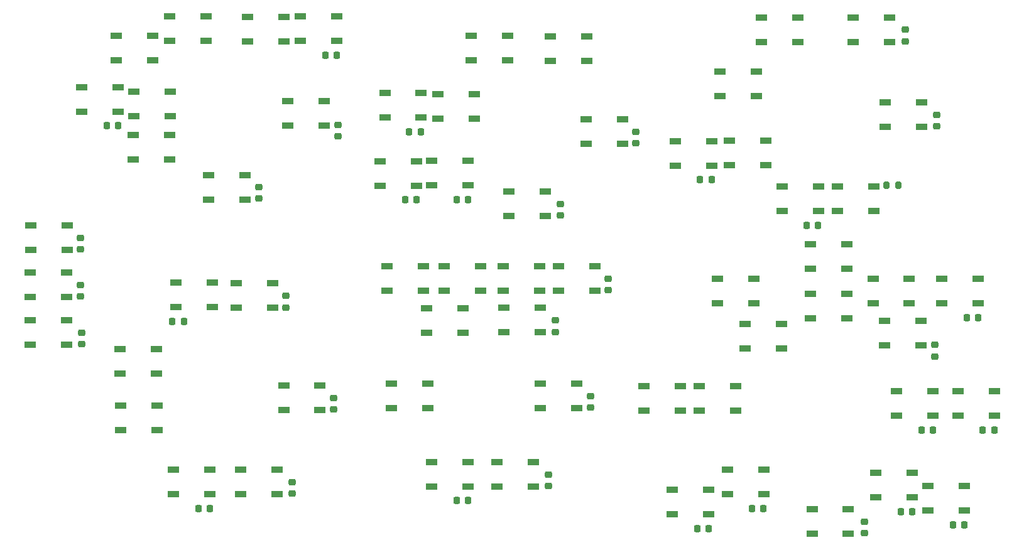
<source format=gbr>
%TF.GenerationSoftware,KiCad,Pcbnew,(6.0.9)*%
%TF.CreationDate,2023-04-01T15:24:10-08:00*%
%TF.ProjectId,SIM CONTROL PANEL,53494d20-434f-44e5-9452-4f4c2050414e,3*%
%TF.SameCoordinates,Original*%
%TF.FileFunction,Paste,Top*%
%TF.FilePolarity,Positive*%
%FSLAX46Y46*%
G04 Gerber Fmt 4.6, Leading zero omitted, Abs format (unit mm)*
G04 Created by KiCad (PCBNEW (6.0.9)) date 2023-04-01 15:24:10*
%MOMM*%
%LPD*%
G01*
G04 APERTURE LIST*
G04 Aperture macros list*
%AMRoundRect*
0 Rectangle with rounded corners*
0 $1 Rounding radius*
0 $2 $3 $4 $5 $6 $7 $8 $9 X,Y pos of 4 corners*
0 Add a 4 corners polygon primitive as box body*
4,1,4,$2,$3,$4,$5,$6,$7,$8,$9,$2,$3,0*
0 Add four circle primitives for the rounded corners*
1,1,$1+$1,$2,$3*
1,1,$1+$1,$4,$5*
1,1,$1+$1,$6,$7*
1,1,$1+$1,$8,$9*
0 Add four rect primitives between the rounded corners*
20,1,$1+$1,$2,$3,$4,$5,0*
20,1,$1+$1,$4,$5,$6,$7,0*
20,1,$1+$1,$6,$7,$8,$9,0*
20,1,$1+$1,$8,$9,$2,$3,0*%
G04 Aperture macros list end*
%ADD10R,1.500000X0.900000*%
%ADD11RoundRect,0.200000X0.200000X0.275000X-0.200000X0.275000X-0.200000X-0.275000X0.200000X-0.275000X0*%
%ADD12RoundRect,0.225000X-0.225000X-0.250000X0.225000X-0.250000X0.225000X0.250000X-0.225000X0.250000X0*%
%ADD13RoundRect,0.225000X-0.250000X0.225000X-0.250000X-0.225000X0.250000X-0.225000X0.250000X0.225000X0*%
%ADD14RoundRect,0.225000X0.250000X-0.225000X0.250000X0.225000X-0.250000X0.225000X-0.250000X-0.225000X0*%
G04 APERTURE END LIST*
D10*
%TO.C,D2*%
X94933600Y-57938400D03*
X94933600Y-61238400D03*
X99833600Y-61238400D03*
X99833600Y-57938400D03*
%TD*%
%TO.C,D3*%
X102147000Y-55322200D03*
X102147000Y-58622200D03*
X107047000Y-58622200D03*
X107047000Y-55322200D03*
%TD*%
%TO.C,D4*%
X112649000Y-55347800D03*
X112649000Y-58647800D03*
X117549000Y-58647800D03*
X117549000Y-55347800D03*
%TD*%
%TO.C,D5*%
X119710000Y-55322400D03*
X119710000Y-58622400D03*
X124610000Y-58622400D03*
X124610000Y-55322400D03*
%TD*%
%TO.C,D6*%
X118061000Y-66701200D03*
X118061000Y-70001200D03*
X122961000Y-70001200D03*
X122961000Y-66701200D03*
%TD*%
%TO.C,D7*%
X107368000Y-76683400D03*
X107368000Y-79983400D03*
X112268000Y-79983400D03*
X112268000Y-76683400D03*
%TD*%
%TO.C,D8*%
X97219600Y-71324200D03*
X97219600Y-74624200D03*
X102119600Y-74624200D03*
X102119600Y-71324200D03*
%TD*%
%TO.C,D9*%
X97309600Y-65456600D03*
X97309600Y-68756600D03*
X102209600Y-68756600D03*
X102209600Y-65456600D03*
%TD*%
%TO.C,D10*%
X90299200Y-64847000D03*
X90299200Y-68147000D03*
X95199200Y-68147000D03*
X95199200Y-64847000D03*
%TD*%
%TO.C,D11*%
X131117000Y-65634400D03*
X131117000Y-68934400D03*
X136017000Y-68934400D03*
X136017000Y-65634400D03*
%TD*%
%TO.C,D12*%
X138305000Y-65786800D03*
X138305000Y-69086800D03*
X143205000Y-69086800D03*
X143205000Y-65786800D03*
%TD*%
%TO.C,D13*%
X130482000Y-74829200D03*
X130482000Y-78129200D03*
X135382000Y-78129200D03*
X135382000Y-74829200D03*
%TD*%
%TO.C,D14*%
X137442000Y-74803800D03*
X137442000Y-78103800D03*
X142342000Y-78103800D03*
X142342000Y-74803800D03*
%TD*%
%TO.C,D15*%
X147830000Y-78918600D03*
X147830000Y-82218600D03*
X152730000Y-82218600D03*
X152730000Y-78918600D03*
%TD*%
%TO.C,D16*%
X158230000Y-69190600D03*
X158230000Y-72490600D03*
X163130000Y-72490600D03*
X163130000Y-69190600D03*
%TD*%
%TO.C,D17*%
X153430000Y-57963800D03*
X153430000Y-61263800D03*
X158330000Y-61263800D03*
X158330000Y-57963800D03*
%TD*%
%TO.C,D18*%
X142776000Y-57938200D03*
X142776000Y-61238200D03*
X147676000Y-61238200D03*
X147676000Y-57938200D03*
%TD*%
%TO.C,D19*%
X181864000Y-55499800D03*
X181864000Y-58799800D03*
X186764000Y-58799800D03*
X186764000Y-55499800D03*
%TD*%
%TO.C,D20*%
X194248000Y-55423800D03*
X194248000Y-58723800D03*
X199148000Y-58723800D03*
X199148000Y-55423800D03*
%TD*%
%TO.C,D21*%
X198554000Y-66879000D03*
X198554000Y-70179000D03*
X203454000Y-70179000D03*
X203454000Y-66879000D03*
%TD*%
%TO.C,D22*%
X192102000Y-78207800D03*
X192102000Y-81507800D03*
X197002000Y-81507800D03*
X197002000Y-78207800D03*
%TD*%
%TO.C,D23*%
X184635000Y-78232800D03*
X184635000Y-81532800D03*
X189535000Y-81532800D03*
X189535000Y-78232800D03*
%TD*%
%TO.C,D24*%
X177574000Y-72086000D03*
X177574000Y-75386000D03*
X182474000Y-75386000D03*
X182474000Y-72086000D03*
%TD*%
%TO.C,D25*%
X170282000Y-72136800D03*
X170282000Y-75436800D03*
X175182000Y-75436800D03*
X175182000Y-72136800D03*
%TD*%
%TO.C,D26*%
X176304000Y-62713400D03*
X176304000Y-66013400D03*
X181204000Y-66013400D03*
X181204000Y-62713400D03*
%TD*%
%TO.C,D27*%
X83390400Y-83490600D03*
X83390400Y-86790600D03*
X88290400Y-86790600D03*
X88290400Y-83490600D03*
%TD*%
%TO.C,D28*%
X83314200Y-89815200D03*
X83314200Y-93115200D03*
X88214200Y-93115200D03*
X88214200Y-89815200D03*
%TD*%
%TO.C,D29*%
X83288800Y-96292200D03*
X83288800Y-99592200D03*
X88188800Y-99592200D03*
X88188800Y-96292200D03*
%TD*%
%TO.C,D30*%
X102999000Y-91212200D03*
X102999000Y-94512200D03*
X107899000Y-94512200D03*
X107899000Y-91212200D03*
%TD*%
%TO.C,D31*%
X111076000Y-91313800D03*
X111076000Y-94613800D03*
X115976000Y-94613800D03*
X115976000Y-91313800D03*
%TD*%
%TO.C,D32*%
X117489000Y-105106000D03*
X117489000Y-108406000D03*
X122389000Y-108406000D03*
X122389000Y-105106000D03*
%TD*%
%TO.C,D33*%
X111686000Y-116434000D03*
X111686000Y-119734000D03*
X116586000Y-119734000D03*
X116586000Y-116434000D03*
%TD*%
%TO.C,D34*%
X102604000Y-116384000D03*
X102604000Y-119684000D03*
X107504000Y-119684000D03*
X107504000Y-116384000D03*
%TD*%
%TO.C,D35*%
X95531600Y-107824000D03*
X95531600Y-111124000D03*
X100431600Y-111124000D03*
X100431600Y-107824000D03*
%TD*%
%TO.C,D36*%
X95441600Y-100204000D03*
X95441600Y-103504000D03*
X100341600Y-103504000D03*
X100341600Y-100204000D03*
%TD*%
%TO.C,D37*%
X131383000Y-88977200D03*
X131383000Y-92277200D03*
X136283000Y-92277200D03*
X136283000Y-88977200D03*
%TD*%
D11*
%TO.C,R1*%
X200367000Y-78079600D03*
X198717000Y-78079600D03*
%TD*%
D10*
%TO.C,D38*%
X188493000Y-86056000D03*
X188493000Y-89356000D03*
X193393000Y-89356000D03*
X193393000Y-86056000D03*
%TD*%
%TO.C,D39*%
X196903000Y-90653400D03*
X196903000Y-93953400D03*
X201803000Y-93953400D03*
X201803000Y-90653400D03*
%TD*%
%TO.C,D40*%
X206199000Y-90679200D03*
X206199000Y-93979200D03*
X211099000Y-93979200D03*
X211099000Y-90679200D03*
%TD*%
%TO.C,D41*%
X198503000Y-96343000D03*
X198503000Y-99643000D03*
X203403000Y-99643000D03*
X203403000Y-96343000D03*
%TD*%
%TO.C,D42*%
X200090000Y-105843000D03*
X200090000Y-109143000D03*
X204990000Y-109143000D03*
X204990000Y-105843000D03*
%TD*%
%TO.C,D43*%
X208345000Y-105817000D03*
X208345000Y-109117000D03*
X213245000Y-109117000D03*
X213245000Y-105817000D03*
%TD*%
%TO.C,D44*%
X204345000Y-118593000D03*
X204345000Y-121893000D03*
X209245000Y-121893000D03*
X209245000Y-118593000D03*
%TD*%
%TO.C,D45*%
X197284000Y-116841000D03*
X197284000Y-120141000D03*
X202184000Y-120141000D03*
X202184000Y-116841000D03*
%TD*%
%TO.C,D46*%
X188685000Y-121743000D03*
X188685000Y-125043000D03*
X193585000Y-125043000D03*
X193585000Y-121743000D03*
%TD*%
%TO.C,D47*%
X177269000Y-116460000D03*
X177269000Y-119760000D03*
X182169000Y-119760000D03*
X182169000Y-116460000D03*
%TD*%
%TO.C,D48*%
X169864000Y-119102000D03*
X169864000Y-122402000D03*
X174764000Y-122402000D03*
X174764000Y-119102000D03*
%TD*%
%TO.C,D49*%
X173496000Y-105157000D03*
X173496000Y-108457000D03*
X178396000Y-108457000D03*
X178396000Y-105157000D03*
%TD*%
%TO.C,D50*%
X166042000Y-105157000D03*
X166042000Y-108457000D03*
X170942000Y-108457000D03*
X170942000Y-105157000D03*
%TD*%
%TO.C,D51*%
X179682000Y-96800200D03*
X179682000Y-100100200D03*
X184582000Y-100100200D03*
X184582000Y-96800200D03*
%TD*%
%TO.C,D52*%
X175973000Y-90678800D03*
X175973000Y-93978800D03*
X180873000Y-93978800D03*
X180873000Y-90678800D03*
%TD*%
%TO.C,D53*%
X188482000Y-92711000D03*
X188482000Y-96011000D03*
X193382000Y-96011000D03*
X193382000Y-92711000D03*
%TD*%
%TO.C,D54*%
X139118000Y-89002800D03*
X139118000Y-92302800D03*
X144018000Y-92302800D03*
X144018000Y-89002800D03*
%TD*%
%TO.C,D55*%
X147105000Y-89028000D03*
X147105000Y-92328000D03*
X152005000Y-92328000D03*
X152005000Y-89028000D03*
%TD*%
%TO.C,D56*%
X154536000Y-89027800D03*
X154536000Y-92327800D03*
X159436000Y-92327800D03*
X159436000Y-89027800D03*
%TD*%
%TO.C,D57*%
X147170000Y-94615800D03*
X147170000Y-97915800D03*
X152070000Y-97915800D03*
X152070000Y-94615800D03*
%TD*%
%TO.C,D58*%
X152097000Y-104852000D03*
X152097000Y-108152000D03*
X156997000Y-108152000D03*
X156997000Y-104852000D03*
%TD*%
%TO.C,D59*%
X146242000Y-115368000D03*
X146242000Y-118668000D03*
X151142000Y-118668000D03*
X151142000Y-115368000D03*
%TD*%
%TO.C,D60*%
X137442000Y-115393000D03*
X137442000Y-118693000D03*
X142342000Y-118693000D03*
X142342000Y-115393000D03*
%TD*%
%TO.C,D61*%
X131981000Y-104827000D03*
X131981000Y-108127000D03*
X136881000Y-108127000D03*
X136881000Y-104827000D03*
%TD*%
%TO.C,D62*%
X136767000Y-94641400D03*
X136767000Y-97941400D03*
X141667000Y-97941400D03*
X141667000Y-94641400D03*
%TD*%
D12*
%TO.C,C2*%
X173607500Y-77290000D03*
X175157500Y-77290000D03*
%TD*%
%TO.C,C3*%
X93625000Y-70050000D03*
X95175000Y-70050000D03*
%TD*%
D13*
%TO.C,C5*%
X90279200Y-97975100D03*
X90279200Y-99525100D03*
%TD*%
%TO.C,C6*%
X118656000Y-118120000D03*
X118656000Y-119670000D03*
%TD*%
%TO.C,C7*%
X153190000Y-117073000D03*
X153190000Y-118623000D03*
%TD*%
%TO.C,C8*%
X154104000Y-96309000D03*
X154104000Y-97859000D03*
%TD*%
%TO.C,C9*%
X154795000Y-80604000D03*
X154795000Y-82154000D03*
%TD*%
%TO.C,C10*%
X205519000Y-68554200D03*
X205519000Y-70104200D03*
%TD*%
%TO.C,C11*%
X201267000Y-57101300D03*
X201267000Y-58651300D03*
%TD*%
%TO.C,C13*%
X195783000Y-123416000D03*
X195783000Y-124966000D03*
%TD*%
%TO.C,C14*%
X90050000Y-91487500D03*
X90050000Y-93037500D03*
%TD*%
%TO.C,C15*%
X114100000Y-78337500D03*
X114100000Y-79887500D03*
%TD*%
%TO.C,C16*%
X90100000Y-85187500D03*
X90100000Y-86737500D03*
%TD*%
D14*
%TO.C,C17*%
X124770000Y-71492500D03*
X124770000Y-69942500D03*
%TD*%
D12*
%TO.C,C18*%
X134387500Y-70850000D03*
X135937500Y-70850000D03*
%TD*%
%TO.C,C19*%
X140787500Y-80000000D03*
X142337500Y-80000000D03*
%TD*%
%TO.C,C20*%
X123087500Y-60550000D03*
X124637500Y-60550000D03*
%TD*%
%TO.C,C21*%
X133837500Y-80050000D03*
X135387500Y-80050000D03*
%TD*%
D13*
%TO.C,C22*%
X124200000Y-106775000D03*
X124200000Y-108325000D03*
%TD*%
%TO.C,C23*%
X117800000Y-92987500D03*
X117800000Y-94537500D03*
%TD*%
%TO.C,C24*%
X161250000Y-90687500D03*
X161250000Y-92237500D03*
%TD*%
D12*
%TO.C,C25*%
X102487500Y-96400000D03*
X104037500Y-96400000D03*
%TD*%
%TO.C,C26*%
X180587500Y-121700000D03*
X182137500Y-121700000D03*
%TD*%
%TO.C,C27*%
X140787500Y-120600000D03*
X142337500Y-120600000D03*
%TD*%
%TO.C,C28*%
X105975000Y-121650000D03*
X107525000Y-121650000D03*
%TD*%
%TO.C,C30*%
X173237500Y-124350000D03*
X174787500Y-124350000D03*
%TD*%
%TO.C,C31*%
X200637500Y-122100000D03*
X202187500Y-122100000D03*
%TD*%
%TO.C,C32*%
X209537500Y-95950000D03*
X211087500Y-95950000D03*
%TD*%
D13*
%TO.C,C33*%
X158800000Y-106487500D03*
X158800000Y-108037500D03*
%TD*%
D12*
%TO.C,C34*%
X207687500Y-123875000D03*
X209237500Y-123875000D03*
%TD*%
%TO.C,C35*%
X187962500Y-83475000D03*
X189512500Y-83475000D03*
%TD*%
%TO.C,C36*%
X211712500Y-111075000D03*
X213262500Y-111075000D03*
%TD*%
D13*
%TO.C,C37*%
X164925000Y-70862500D03*
X164925000Y-72412500D03*
%TD*%
D12*
%TO.C,C29*%
X203437500Y-111050000D03*
X204987500Y-111050000D03*
%TD*%
D14*
%TO.C,C12*%
X205275000Y-101162500D03*
X205275000Y-99612500D03*
%TD*%
M02*

</source>
